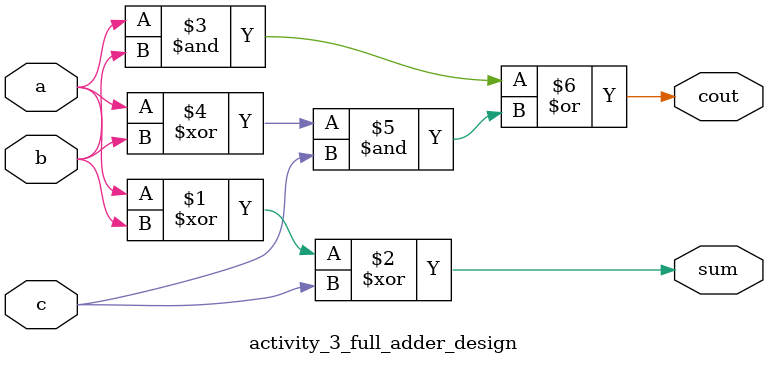
<source format=v>

`timescale 1ns/1ns

module activity_3_full_adder_design (a, b, c, cout, sum);
  
input a, b, c;
output cout, sum;
  
 assign sum = (a^b)^c;
 assign cout = a&b | (a^b)&c;
  
endmodule

</source>
